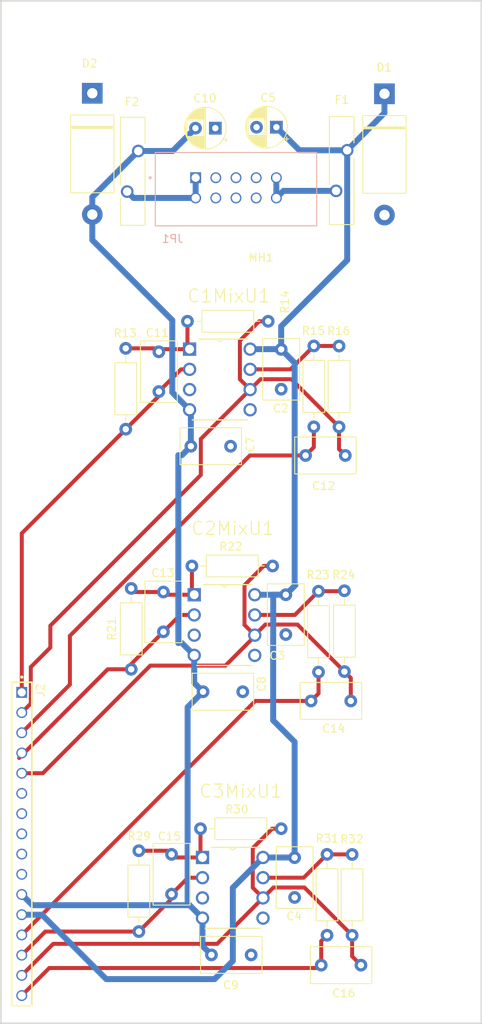
<source format=kicad_pcb>
(kicad_pcb (version 20240108) (generator "pcbnew") (generator_version "8.0")
  (layers (0 "F.Cu" signal) (1 "In1.Cu" signal) (2 "In2.Cu" signal) (31 "B.Cu" signal) (34 "B.Paste" user) (35 "F.Paste" user) (36 "B.SilkS" user "B.Silkscreen") (37 "F.SilkS" user "F.Silkscreen") (38 "B.Mask" user) (39 "F.Mask" user) (44 "Edge.Cuts" user))
  (net 0 "")
  (net 1 "+v")
  (net 2 "GND")
  (net 3 "Net-(C1MixU1-OUT_1)")
  (net 4 "C1MixLadderOut")
  (net 5 "-v")
  (net 6 "C1MixModeOut")
  (net 7 "Net-(C1MixU1-OUT_2)")
  (net 8 "Net-(C2MixU1-OUT_1)")
  (net 9 "C2MixLadderOut")
  (net 10 "C2MixModeOut")
  (net 11 "Net-(C2MixU1-OUT_2)")
  (net 12 "Net-(C3MixU1-OUT_1)")
  (net 13 "C3MixLadderOut")
  (net 14 "C3MixModeOut")
  (net 15 "Net-(C3MixU1-OUT_2)")
  (net 16 "C1MixOut")
  (net 17 "C2MixOut")
  (net 18 "C3MixOut")
  (net 19 "+12V")
  (net 20 "-12V")
  (footprint "TL072CN:DIP254P762X533-8" (layer "F.Cu") (at 134.51 147.75)
    (property "Reference" "C3MixU1" (at -2.784 -15.96 0) (layer "F.SilkS") (effects (font (size 1.640961 1.640961))))
    (property "Value" "TL072CN")
    (pad "1" thru_hole rect (at -7.62 -7.62) (size 1.6764 1.6764) (drill 1.1176) (layers "*.Cu" "*.Mask") (net 12 "Net-(C3MixU1-OUT_1)"))
    (pad "2" thru_hole circle (at -7.62 -5.08) (size 1.6764 1.6764) (drill 1.1176) (layers "*.Cu" "*.Mask") (net 13 "C3MixLadderOut"))
    (pad "3" thru_hole circle (at -7.62 -2.54) (size 1.6764 1.6764) (drill 1.1176) (layers "*.Cu" "*.Mask") (net 2 "GND"))
    (pad "4" thru_hole circle (at -7.62 0) (size 1.6764 1.6764) (drill 1.1176) (layers "*.Cu" "*.Mask") (net 5 "-v"))
    (pad "5" thru_hole circle (at 0 0) (size 1.6764 1.6764) (drill 1.1176) (layers "*.Cu" "*.Mask") (net 2 "GND"))
    (pad "6" thru_hole circle (at 0 -2.54) (size 1.6764 1.6764) (drill 1.1176) (layers "*.Cu" "*.Mask") (net 14 "C3MixModeOut"))
    (pad "7" thru_hole circle (at 0 -5.08) (size 1.6764 1.6764) (drill 1.1176) (layers "*.Cu" "*.Mask") (net 15 "Net-(C3MixU1-OUT_2)"))
    (pad "8" thru_hole circle (at 0 -7.62) (size 1.6764 1.6764) (drill 1.1176) (layers "*.Cu" "*.Mask") (net 1 "+v"))
  )
  (footprint "Resistor_THT:R_Axial_DIN0207_L6.3mm_D2.5mm_P10.16mm_Horizontal" (layer "F.Cu") (at 144.08 86.02 90)
    (property "Reference" "R16" (at 12.06 -0.04 0) (layer "F.SilkS"))
    (property "Value" "100K")
    (pad "1" thru_hole circle (at 0 0 90) (size 1.6 1.6) (drill 0.8) (layers "*.Cu" "*.Mask") (net 6 "C1MixModeOut"))
    (pad "2" thru_hole oval (at 10.16 0 90) (size 1.6 1.6) (drill 0.8) (layers "*.Cu" "*.Mask") (net 7 "Net-(C1MixU1-OUT_2)"))
  )
  (footprint "TL072CN:DIP254P762X533-8" (layer "F.Cu") (at 132.89 83.87)
    (property "Reference" "C1MixU1" (at -2.688 -14.31 0) (layer "F.SilkS") (effects (font (size 1.640961 1.640961))))
    (property "Value" "TL072CN")
    (pad "1" thru_hole rect (at -7.62 -7.62) (size 1.6764 1.6764) (drill 1.1176) (layers "*.Cu" "*.Mask") (net 3 "Net-(C1MixU1-OUT_1)"))
    (pad "2" thru_hole circle (at -7.62 -5.08) (size 1.6764 1.6764) (drill 1.1176) (layers "*.Cu" "*.Mask") (net 4 "C1MixLadderOut"))
    (pad "3" thru_hole circle (at -7.62 -2.54) (size 1.6764 1.6764) (drill 1.1176) (layers "*.Cu" "*.Mask") (net 2 "GND"))
    (pad "4" thru_hole circle (at -7.62 0) (size 1.6764 1.6764) (drill 1.1176) (layers "*.Cu" "*.Mask") (net 5 "-v"))
    (pad "5" thru_hole circle (at 0 0) (size 1.6764 1.6764) (drill 1.1176) (layers "*.Cu" "*.Mask") (net 2 "GND"))
    (pad "6" thru_hole circle (at 0 -2.54) (size 1.6764 1.6764) (drill 1.1176) (layers "*.Cu" "*.Mask") (net 6 "C1MixModeOut"))
    (pad "7" thru_hole circle (at 0 -5.08) (size 1.6764 1.6764) (drill 1.1176) (layers "*.Cu" "*.Mask") (net 7 "Net-(C1MixU1-OUT_2)"))
    (pad "8" thru_hole circle (at 0 -7.62) (size 1.6764 1.6764) (drill 1.1176) (layers "*.Cu" "*.Mask") (net 1 "+v"))
  )
  (footprint "Resistor_THT:R_Axial_DIN0207_L6.3mm_D2.5mm_P10.16mm_Horizontal" (layer "F.Cu") (at 117.92 116.48 90)
    (property "Reference" "R21" (at 5.06 -2.44 90) (layer "F.SilkS"))
    (property "Value" "100K")
    (pad "1" thru_hole circle (at 0 0 90) (size 1.6 1.6) (drill 0.8) (layers "*.Cu" "*.Mask") (net 9 "C2MixLadderOut"))
    (pad "2" thru_hole oval (at 10.16 0 90) (size 1.6 1.6) (drill 0.8) (layers "*.Cu" "*.Mask") (net 8 "Net-(C2MixU1-OUT_1)"))
  )
  (footprint "Resistor_THT:R_Axial_DIN0207_L6.3mm_D2.5mm_P10.16mm_Horizontal" (layer "F.Cu") (at 118.88 149.44 90)
    (property "Reference" "R29" (at 11.99 0.04 0) (layer "F.SilkS"))
    (property "Value" "100K")
    (pad "1" thru_hole circle (at 0 0 90) (size 1.6 1.6) (drill 0.8) (layers "*.Cu" "*.Mask") (net 13 "C3MixLadderOut"))
    (pad "2" thru_hole oval (at 10.16 0 90) (size 1.6 1.6) (drill 0.8) (layers "*.Cu" "*.Mask") (net 12 "Net-(C3MixU1-OUT_1)"))
  )
  (footprint "Capacitor_THT:C_Disc_D7.5mm_W4.4mm_P5.00mm" (layer "F.Cu") (at 141.84 153.66)
    (property "Reference" "C16" (at 2.84 3.53 180) (layer "F.SilkS"))
    (property "Value" "47pf")
    (pad "1" thru_hole circle (at 0 0) (size 1.6 1.6) (drill 0.8) (layers "*.Cu" "*.Mask") (net 18 "C3MixOut"))
    (pad "2" thru_hole circle (at 5 0) (size 1.6 1.6) (drill 0.8) (layers "*.Cu" "*.Mask") (net 14 "C3MixModeOut"))
  )
  (footprint "Resistor_THT:R_Axial_DIN0207_L6.3mm_D2.5mm_P10.16mm_Horizontal" (layer "F.Cu") (at 140.91 75.85 -90)
    (property "Reference" "R15" (at -1.91 0.05 0) (layer "F.SilkS"))
    (property "Value" "220")
    (pad "1" thru_hole circle (at 0 0 270) (size 1.6 1.6) (drill 0.8) (layers "*.Cu" "*.Mask") (net 7 "Net-(C1MixU1-OUT_2)"))
    (pad "2" thru_hole oval (at 10.16 0 270) (size 1.6 1.6) (drill 0.8) (layers "*.Cu" "*.Mask") (net 16 "C1MixOut"))
  )
  (footprint "Resistor_THT:R_Axial_DIN0207_L6.3mm_D2.5mm_P10.16mm_Horizontal" (layer "F.Cu") (at 136.8 136.51 180)
    (property "Reference" "R30" (at 5.582 2.434 180) (layer "F.SilkS"))
    (property "Value" "100k")
    (pad "1" thru_hole circle (at 0 0 180) (size 1.6 1.6) (drill 0.8) (layers "*.Cu" "*.Mask") (net 14 "C3MixModeOut"))
    (pad "2" thru_hole oval (at 10.16 0 180) (size 1.6 1.6) (drill 0.8) (layers "*.Cu" "*.Mask") (net 12 "Net-(C3MixU1-OUT_1)"))
  )
  (footprint "TSW-116-12-T-S:SAMTEC_TSW-116-12-T-S" (layer "F.Cu") (at 104.14 119.38 -90)
    (property "Reference" "J2" (at -0.25 -2.36 90) (layer "F.SilkS") (effects (font (thickness 0.153))))
    (property "Value" "TSW-116-12-T-S" (hide yes))
    (pad "01" thru_hole rect (at 0 0 270) (size 1.37 1.37) (drill 1.02) (layers "*.Cu" "*.Mask") (net 4 "C1MixLadderOut"))
    (pad "02" thru_hole circle (at 2.54 0 270) (size 1.37 1.37) (drill 1.02) (layers "*.Cu" "*.Mask") (net 6 "C1MixModeOut"))
    (pad "03" thru_hole circle (at 5.08 0 270) (size 1.37 1.37) (drill 1.02) (layers "*.Cu" "*.Mask") (net 16 "C1MixOut"))
    (pad "04" thru_hole circle (at 7.62 0 270) (size 1.37 1.37) (drill 1.02) (layers "*.Cu" "*.Mask") (net 9 "C2MixLadderOut"))
    (pad "05" thru_hole circle (at 10.16 0 270) (size 1.37 1.37) (drill 1.02) (layers "*.Cu" "*.Mask") (net 10 "C2MixModeOut"))
    (pad "06" thru_hole circle (at 12.7 0 270) (size 1.37 1.37) (drill 1.02) (layers "*.Cu" "*.Mask") (net 2 "GND"))
    (pad "07" thru_hole circle (at 15.24 0 270) (size 1.37 1.37) (drill 1.02) (layers "*.Cu" "*.Mask") (net 2 "GND"))
    (pad "08" thru_hole circle (at 17.78 0 270) (size 1.37 1.37) (drill 1.02) (layers "*.Cu" "*.Mask") (net 2 "GND"))
    (pad "09" thru_hole circle (at 20.32 0 270) (size 1.37 1.37) (drill 1.02) (layers "*.Cu" "*.Mask") (net 2 "GND"))
    (pad "10" thru_hole circle (at 22.86 0 270) (size 1.37 1.37) (drill 1.02) (layers "*.Cu" "*.Mask") (net 2 "GND"))
    (pad "11" thru_hole circle (at 25.4 0 270) (size 1.37 1.37) (drill 1.02) (layers "*.Cu" "*.Mask") (net 5 "-v"))
    (pad "12" thru_hole circle (at 27.94 0 270) (size 1.37 1.37) (drill 1.02) (layers "*.Cu" "*.Mask") (net 1 "+v"))
    (pad "13" thru_hole circle (at 30.48 0 270) (size 1.37 1.37) (drill 1.02) (layers "*.Cu" "*.Mask") (net 17 "C2MixOut"))
    (pad "14" thru_hole circle (at 33.02 0 270) (size 1.37 1.37) (drill 1.02) (layers "*.Cu" "*.Mask") (net 13 "C3MixLadderOut"))
    (pad "15" thru_hole circle (at 35.56 0 270) (size 1.37 1.37) (drill 1.02) (layers "*.Cu" "*.Mask") (net 14 "C3MixModeOut"))
    (pad "16" thru_hole circle (at 38.1 0 270) (size 1.37 1.37) (drill 1.02) (layers "*.Cu" "*.Mask") (net 18 "C3MixOut"))
  )
  (footprint "Capacitor_THT:CP_Radial_D5.0mm_P2.50mm" (layer "F.Cu") (at 136.195112 48.36 180)
    (property "Reference" "C5" (at 1.04 3.71 0) (layer "F.SilkS"))
    (property "Value" "10uf")
    (pad "1" thru_hole rect (at 0 0 180) (size 1.6 1.6) (drill 0.8) (layers "*.Cu" "*.Mask") (net 1 "+v"))
    (pad "2" thru_hole circle (at 2.5 0 180) (size 1.6 1.6) (drill 0.8) (layers "*.Cu" "*.Mask") (net 2 "GND"))
  )
  (footprint "MountingHole:MountingHole_2.7mm_M2.5" (layer "F.Cu") (at 129.54 64.77)
    (property "Reference" "MH1" (at 4.726 -0.036 0) (layer "F.SilkS"))
    (property "Value" "MountingHole_2.7mm_M2.5" (hide yes))
    (pad "" np_thru_hole circle (at 0 0) (size 2.7 2.7) (drill 2.7) (layers "*.Cu" "*.Mask"))
  )
  (footprint "Resistor_THT:R_Axial_DIN0207_L6.3mm_D2.5mm_P10.16mm_Horizontal" (layer "F.Cu") (at 144.76 116.77 90)
    (property "Reference" "R24" (at 12.158 -0.08 0) (layer "F.SilkS"))
    (property "Value" "100K")
    (pad "1" thru_hole circle (at 0 0 90) (size 1.6 1.6) (drill 0.8) (layers "*.Cu" "*.Mask") (net 10 "C2MixModeOut"))
    (pad "2" thru_hole oval (at 10.16 0 90) (size 1.6 1.6) (drill 0.8) (layers "*.Cu" "*.Mask") (net 11 "Net-(C2MixU1-OUT_2)"))
  )
  (footprint "1N5349B:P2_DO-201" (layer "F.Cu") (at 113.02 51.72 -90)
    (property "Reference" "D2" (at -11.37 0.344 0) (layer "F.SilkS"))
    (property "Value" "1N5349B")
    (pad "1" thru_hole rect (at -7.625 0 270) (size 2.6 2.6) (drill 1.3) (layers "*.Cu" "*.Mask") (net 2 "GND"))
    (pad "2" thru_hole oval (at 7.615 0 270) (size 2.6 2.6) (drill 1.3) (layers "*.Cu" "*.Mask") (net 5 "-v"))
  )
  (footprint "Capacitor_THT:C_Disc_D7.5mm_W4.4mm_P5.00mm" (layer "F.Cu") (at 123 139.74 -90)
    (property "Reference" "C15" (at -2.27 0.27 0) (layer "F.SilkS"))
    (property "Value" "47pf")
    (pad "1" thru_hole circle (at 0 0 270) (size 1.6 1.6) (drill 0.8) (layers "*.Cu" "*.Mask") (net 12 "Net-(C3MixU1-OUT_1)"))
    (pad "2" thru_hole circle (at 5 0 270) (size 1.6 1.6) (drill 0.8) (layers "*.Cu" "*.Mask") (net 13 "C3MixLadderOut"))
  )
  (footprint "Capacitor_THT:C_Disc_D7.5mm_W4.4mm_P5.00mm" (layer "F.Cu") (at 121.4 76.58 -90)
    (property "Reference" "C11" (at -2.38 0.2 0) (layer "F.SilkS"))
    (property "Value" "47pf")
    (pad "1" thru_hole circle (at 0 0 270) (size 1.6 1.6) (drill 0.8) (layers "*.Cu" "*.Mask") (net 3 "Net-(C1MixU1-OUT_1)"))
    (pad "2" thru_hole circle (at 5 0 270) (size 1.6 1.6) (drill 0.8) (layers "*.Cu" "*.Mask") (net 4 "C1MixLadderOut"))
  )
  (footprint "Resistor_THT:R_Axial_DIN0207_L6.3mm_D2.5mm_P10.16mm_Horizontal" (layer "F.Cu") (at 117.23 86.31 90)
    (property "Reference" "R13" (at 12.05 -0.07 0) (layer "F.SilkS"))
    (property "Value" "100K")
    (pad "1" thru_hole circle (at 0 0 90) (size 1.6 1.6) (drill 0.8) (layers "*.Cu" "*.Mask") (net 4 "C1MixLadderOut"))
    (pad "2" thru_hole oval (at 10.16 0 90) (size 1.6 1.6) (drill 0.8) (layers "*.Cu" "*.Mask") (net 3 "Net-(C1MixU1-OUT_1)"))
  )
  (footprint "Capacitor_THT:C_Disc_D7.5mm_W4.4mm_P5.00mm" (layer "F.Cu") (at 121.97 106.77 -90)
    (property "Reference" "C13" (at -2.39 0.06 0) (layer "F.SilkS"))
    (property "Value" "47pf")
    (pad "1" thru_hole circle (at 0 0 270) (size 1.6 1.6) (drill 0.8) (layers "*.Cu" "*.Mask") (net 8 "Net-(C2MixU1-OUT_1)"))
    (pad "2" thru_hole circle (at 5 0 270) (size 1.6 1.6) (drill 0.8) (layers "*.Cu" "*.Mask") (net 9 "C2MixLadderOut"))
  )
  (footprint "72R020XU:FUSRB510W81L1358T310H1980" (layer "F.Cu") (at 144.41 53.81 -90)
    (property "Reference" "F1" (at -8.888 -0.016 0) (layer "F.SilkS") (effects (font (size 1.000803 1.000803))))
    (property "Value" "type=\"R\" model=\"Polyfuse\" lib=\"\"" (hide yes))
    (pad "1" thru_hole circle (at -2.55 -0.7 270) (size 1.59 1.59) (drill 1.06) (layers "*.Cu" "*.Mask") (net 1 "+v"))
    (pad "2" thru_hole circle (at 2.55 0.7 270) (size 1.59 1.59) (drill 1.06) (layers "*.Cu" "*.Mask") (net 19 "+12V"))
  )
  (footprint "Capacitor_THT:C_Disc_D7.5mm_W4.4mm_P5.00mm" (layer "F.Cu") (at 126.96 119.3)
    (property "Reference" "C8" (at 7.37 -0.972 90) (layer "F.SilkS"))
    (property "Value" "0.1uf")
    (pad "1" thru_hole circle (at 0 0) (size 1.6 1.6) (drill 0.8) (layers "*.Cu" "*.Mask") (net 5 "-v"))
    (pad "2" thru_hole circle (at 5 0) (size 1.6 1.6) (drill 0.8) (layers "*.Cu" "*.Mask") (net 2 "GND"))
  )
  (footprint "Resistor_THT:R_Axial_DIN0207_L6.3mm_D2.5mm_P10.16mm_Horizontal" (layer "F.Cu") (at 142.57 139.74 -90)
    (property "Reference" "R31" (at -1.99 -0.02 0) (layer "F.SilkS"))
    (property "Value" "220")
    (pad "1" thru_hole circle (at 0 0 270) (size 1.6 1.6) (drill 0.8) (layers "*.Cu" "*.Mask") (net 15 "Net-(C3MixU1-OUT_2)"))
    (pad "2" thru_hole oval (at 10.16 0 270) (size 1.6 1.6) (drill 0.8) (layers "*.Cu" "*.Mask") (net 18 "C3MixOut"))
  )
  (footprint "Capacitor_THT:C_Disc_D7.5mm_W4.4mm_P5.00mm" (layer "F.Cu") (at 136.8 76.28 -90)
    (property "Reference" "C2" (at 7.42 0.06 0) (layer "F.SilkS"))
    (property "Value" "0.1uf")
    (pad "1" thru_hole circle (at 0 0 270) (size 1.6 1.6) (drill 0.8) (layers "*.Cu" "*.Mask") (net 1 "+v"))
    (pad "2" thru_hole circle (at 5 0 270) (size 1.6 1.6) (drill 0.8) (layers "*.Cu" "*.Mask") (net 2 "GND"))
  )
  (footprint "Resistor_THT:R_Axial_DIN0207_L6.3mm_D2.5mm_P10.16mm_Horizontal" (layer "F.Cu") (at 145.73 149.91 90)
    (property "Reference" "R32" (at 12.09 -0.04 0) (layer "F.SilkS"))
    (property "Value" "100K")
    (pad "1" thru_hole circle (at 0 0 90) (size 1.6 1.6) (drill 0.8) (layers "*.Cu" "*.Mask") (net 14 "C3MixModeOut"))
    (pad "2" thru_hole oval (at 10.16 0 90) (size 1.6 1.6) (drill 0.8) (layers "*.Cu" "*.Mask") (net 15 "Net-(C3MixU1-OUT_2)"))
  )
  (footprint "72R020XU:FUSRB510W81L1358T310H1980" (layer "F.Cu") (at 118.11 53.9 -90)
    (property "Reference" "F2" (at -8.724 0.1 0) (layer "F.SilkS") (effects (font (size 1.000803 1.000803))))
    (property "Value" "type=\"R\" model=\"Polyfuse\" lib=\"\"" (hide yes))
    (pad "1" thru_hole circle (at -2.55 -0.7 270) (size 1.59 1.59) (drill 1.06) (layers "*.Cu" "*.Mask") (net 5 "-v"))
    (pad "2" thru_hole circle (at 2.55 0.7 270) (size 1.59 1.59) (drill 1.06) (layers "*.Cu" "*.Mask") (net 20 "-12V"))
  )
  (footprint "Resistor_THT:R_Axial_DIN0207_L6.3mm_D2.5mm_P10.16mm_Horizontal" (layer "F.Cu") (at 141.5 106.67 -90)
    (property "Reference" "R23" (at -2.058 0.06 0) (layer "F.SilkS"))
    (property "Value" "220")
    (pad "1" thru_hole circle (at 0 0 270) (size 1.6 1.6) (drill 0.8) (layers "*.Cu" "*.Mask") (net 11 "Net-(C2MixU1-OUT_2)"))
    (pad "2" thru_hole oval (at 10.16 0 270) (size 1.6 1.6) (drill 0.8) (layers "*.Cu" "*.Mask") (net 17 "C2MixOut"))
  )
  (footprint "Capacitor_THT:C_Disc_D7.5mm_W4.4mm_P5.00mm" (layer "F.Cu") (at 125.43 88.45)
    (property "Reference" "C7" (at 7.5 -0.2 90) (layer "F.SilkS"))
    (property "Value" "0.1uf")
    (pad "1" thru_hole circle (at 0 0) (size 1.6 1.6) (drill 0.8) (layers "*.Cu" "*.Mask") (net 5 "-v"))
    (pad "2" thru_hole circle (at 5 0) (size 1.6 1.6) (drill 0.8) (layers "*.Cu" "*.Mask") (net 2 "GND"))
  )
  (footprint "Capacitor_THT:C_Disc_D7.5mm_W4.4mm_P5.00mm" (layer "F.Cu") (at 128.02 152.37)
    (property "Reference" "C9" (at 2.436 3.804 0) (layer "F.SilkS"))
    (property "Value" "0.1uf")
    (pad "1" thru_hole circle (at 0 0) (size 1.6 1.6) (drill 0.8) (layers "*.Cu" "*.Mask") (net 5 "-v"))
    (pad "2" thru_hole circle (at 5 0) (size 1.6 1.6) (drill 0.8) (layers "*.Cu" "*.Mask") (net 2 "GND"))
  )
  (footprint "Capacitor_THT:C_Disc_D7.5mm_W4.4mm_P5.00mm" (layer "F.Cu") (at 138.49 140.15 -90)
    (property "Reference" "C4" (at 7.36 0.06 0) (layer "F.SilkS"))
    (property "Value" "0.1uf")
    (pad "1" thru_hole circle (at 0 0 270) (size 1.6 1.6) (drill 0.8) (layers "*.Cu" "*.Mask") (net 1 "+v"))
    (pad "2" thru_hole circle (at 5 0 270) (size 1.6 1.6) (drill 0.8) (layers "*.Cu" "*.Mask") (net 2 "GND"))
  )
  (footprint "1N5349B:P2_DO-201" (layer "F.Cu") (at 149.8 51.785 -90)
    (property "Reference" "D1" (at -10.927 0.04 0) (layer "F.SilkS"))
    (property "Value" "1N5394B")
    (pad "1" thru_hole rect (at -7.625 0 270) (size 2.6 2.6) (drill 1.3) (layers "*.Cu" "*.Mask") (net 1 "+v"))
    (pad "2" thru_hole oval (at 7.615 0 270) (size 2.6 2.6) (drill 1.3) (layers "*.Cu" "*.Mask") (net 2 "GND"))
  )
  (footprint "Resistor_THT:R_Axial_DIN0207_L6.3mm_D2.5mm_P10.16mm_Horizontal" (layer "F.Cu") (at 135.16 72.75 180)
    (property "Reference" "R14" (at -2.1 2.428 -90) (layer "F.SilkS"))
    (property "Value" "100k")
    (pad "1" thru_hole circle (at 0 0 180) (size 1.6 1.6) (drill 0.8) (layers "*.Cu" "*.Mask") (net 6 "C1MixModeOut"))
    (pad "2" thru_hole oval (at 10.16 0 180) (size 1.6 1.6) (drill 0.8) (layers "*.Cu" "*.Mask") (net 3 "Net-(C1MixU1-OUT_1)"))
  )
  (footprint "Capacitor_THT:C_Disc_D7.5mm_W4.4mm_P5.00mm" (layer "F.Cu") (at 139.87 89.61)
    (property "Reference" "C12" (at 2.27 3.826 180) (layer "F.SilkS"))
    (property "Value" "47pf")
    (pad "1" thru_hole circle (at 0 0) (size 1.6 1.6) (drill 0.8) (layers "*.Cu" "*.Mask") (net 16 "C1MixOut"))
    (pad "2" thru_hole circle (at 5 0) (size 1.6 1.6) (drill 0.8) (layers "*.Cu" "*.Mask") (net 6 "C1MixModeOut"))
  )
  (footprint "Capacitor_THT:C_Disc_D7.5mm_W4.4mm_P5.00mm" (layer "F.Cu") (at 137.38 107.11 -90)
    (property "Reference" "C3" (at 7.662 1.082 0) (layer "F.SilkS"))
    (property "Value" "0.1uf")
    (pad "1" thru_hole circle (at 0 0 270) (size 1.6 1.6) (drill 0.8) (layers "*.Cu" "*.Mask") (net 1 "+v"))
    (pad "2" thru_hole circle (at 5 0 270) (size 1.6 1.6) (drill 0.8) (layers "*.Cu" "*.Mask") (net 2 "GND"))
  )
  (footprint "Capacitor_THT:C_Disc_D7.5mm_W4.4mm_P5.00mm" (layer "F.Cu") (at 140.56 120.46)
    (property "Reference" "C14" (at 2.85 3.456 180) (layer "F.SilkS"))
    (property "Value" "47pf")
    (pad "1" thru_hole circle (at 0 0) (size 1.6 1.6) (drill 0.8) (layers "*.Cu" "*.Mask") (net 17 "C2MixOut"))
    (pad "2" thru_hole circle (at 5 0) (size 1.6 1.6) (drill 0.8) (layers "*.Cu" "*.Mask") (net 10 "C2MixModeOut"))
  )
  (footprint "TL072CN:DIP254P762X533-8" (layer "F.Cu") (at 133.47 114.73)
    (property "Reference" "C2MixU1" (at -2.76 -15.96 0) (layer "F.SilkS") (effects (font (size 1.640961 1.640961))))
    (property "Value" "TL072CN")
    (pad "1" thru_hole rect (at -7.62 -7.62) (size 1.6764 1.6764) (drill 1.1176) (layers "*.Cu" "*.Mask") (net 8 "Net-(C2MixU1-OUT_1)"))
    (pad "2" thru_hole circle (at -7.62 -5.08) (size 1.6764 1.6764) (drill 1.1176) (layers "*.Cu" "*.Mask") (net 9 "C2MixLadderOut"))
    (pad "3" thru_hole circle (at -7.62 -2.54) (size 1.6764 1.6764) (drill 1.1176) (layers "*.Cu" "*.Mask") (net 2 "GND"))
    (pad "4" thru_hole circle (at -7.62 0) (size 1.6764 1.6764) (drill 1.1176) (layers "*.Cu" "*.Mask") (net 5 "-v"))
    (pad "5" thru_hole circle (at 0 0) (size 1.6764 1.6764) (drill 1.1176) (layers "*.Cu" "*.Mask") (net 2 "GND"))
    (pad "6" thru_hole circle (at 0 -2.54) (size 1.6764 1.6764) (drill 1.1176) (layers "*.Cu" "*.Mask") (net 10 "C2MixModeOut"))
    (pad "7" thru_hole circle (at 0 -5.08) (size 1.6764 1.6764) (drill 1.1176) (layers "*.Cu" "*.Mask") (net 11 "Net-(C2MixU1-OUT_2)"))
    (pad "8" thru_hole circle (at 0 -7.62) (size 1.6764 1.6764) (drill 1.1176) (layers "*.Cu" "*.Mask") (net 1 "+v"))
  )
  (footprint "Resistor_THT:R_Axial_DIN0207_L6.3mm_D2.5mm_P10.16mm_Horizontal" (layer "F.Cu") (at 135.72 103.5 180)
    (property "Reference" "R22" (at 5.264 2.444 0) (layer "F.SilkS"))
    (property "Value" "100k")
    (pad "1" thru_hole circle (at 0 0 180) (size 1.6 1.6) (drill 0.8) (layers "*.Cu" "*.Mask") (net 10 "C2MixModeOut"))
    (pad "2" thru_hole oval (at 10.16 0 180) (size 1.6 1.6) (drill 0.8) (layers "*.Cu" "*.Mask") (net 8 "Net-(C2MixU1-OUT_1)"))
  )
  (footprint "Capacitor_THT:CP_Radial_D5.0mm_P2.50mm" (layer "F.Cu") (at 128.51 48.48 180)
    (property "Reference" "C10" (at 1.31 3.76 0) (layer "F.SilkS"))
    (property "Value" "10uf")
    (pad "1" thru_hole rect (at 0 0 180) (size 1.6 1.6) (drill 0.8) (layers "*.Cu" "*.Mask") (net 2 "GND"))
    (pad "2" thru_hole circle (at 2.5 0 180) (size 1.6 1.6) (drill 0.8) (layers "*.Cu" "*.Mask") (net 5 "-v"))
  )
  (footprint "1761681-3:TE_1761681-3" (layer "B.Cu") (at 126.03 54.71)
    (property "Reference" "JP1" (at -2.905 7.68 0) (layer "B.SilkS") (effects (justify mirror)))
    (property "Value" "1761681-3" (hide yes))
    (pad "1" thru_hole rect (at 0 0) (size 1.37 1.37) (drill 1.02) (layers "*.Cu" "*.Mask") (net 20 "-12V"))
    (pad "2" thru_hole circle (at 0 2.54) (size 1.37 1.37) (drill 1.02) (layers "*.Cu" "*.Mask") (net 20 "-12V"))
    (pad "3" thru_hole circle (at 2.54 0) (size 1.37 1.37) (drill 1.02) (layers "*.Cu" "*.Mask") (net 2 "GND"))
    (pad "4" thru_hole circle (at 2.54 2.54) (size 1.37 1.37) (drill 1.02) (layers "*.Cu" "*.Mask") (net 2 "GND"))
    (pad "5" thru_hole circle (at 5.08 0) (size 1.37 1.37) (drill 1.02) (layers "*.Cu" "*.Mask") (net 2 "GND"))
    (pad "6" thru_hole circle (at 5.08 2.54) (size 1.37 1.37) (drill 1.02) (layers "*.Cu" "*.Mask") (net 2 "GND"))
    (pad "7" thru_hole circle (at 7.62 0) (size 1.37 1.37) (drill 1.02) (layers "*.Cu" "*.Mask") (net 2 "GND"))
    (pad "8" thru_hole circle (at 7.62 2.54) (size 1.37 1.37) (drill 1.02) (layers "*.Cu" "*.Mask") (net 2 "GND"))
    (pad "9" thru_hole circle (at 10.16 0) (size 1.37 1.37) (drill 1.02) (layers "*.Cu" "*.Mask") (net 19 "+12V"))
    (pad "10" thru_hole circle (at 10.16 2.54) (size 1.37 1.37) (drill 1.02) (layers "*.Cu" "*.Mask") (net 19 "+12V"))
  )
  (gr_rect (start 101.5 32.475) (end 162 160.975) (stroke (width 0.2)) (fill none) (layer "Edge.Cuts"))
  (segment (start 128.424 155.412) (end 114.772 155.412) (width 0.75) (layer "B.Cu") (net 1))
  (segment (start 134.51 140.13) (end 130.71 143.93) (width 0.75) (layer "B.Cu") (net 1))
  (segment (start 114.772 155.412) (end 106.68 147.32) (width 0.75) (layer "B.Cu") (net 1))
  (segment (start 149.8 46.57) (end 145.11 51.26) (width 0.75) (layer "B.Cu") (net 1))
  (segment (start 130.71 143.93) (end 130.71 153.126) (width 0.75) (layer "B.Cu") (net 1))
  (segment (start 138.47 140.13) (end 138.49 140.15) (width 0.75) (layer "B.Cu") (net 1))
  (segment (start 139.095112 51.26) (end 136.195112 48.36) (width 0.75) (layer "B.Cu") (net 1))
  (segment (start 138.584 78.064) (end 136.8 76.28) (width 0.75) (layer "B.Cu") (net 1))
  (segment (start 149.8 44.16) (end 149.8 46.57) (width 0.75) (layer "B.Cu") (net 1))
  (segment (start 138.49 140.15) (end 138.49 125.6) (width 0.75) (layer "B.Cu") (net 1))
  (segment (start 134.51 140.13) (end 138.47 140.13) (width 0.75) (layer "B.Cu") (net 1))
  (segment (start 137.38 107.11) (end 138.584 105.906) (width 0.75) (layer "B.Cu") (net 1))
  (segment (start 133.47 107.11) (end 137.38 107.11) (width 0.75) (layer "B.Cu") (net 1))
  (segment (start 132.89 76.25) (end 136.77 76.25) (width 0.75) (layer "B.Cu") (net 1))
  (segment (start 136.77 76.25) (end 136.8 76.28) (width 0.75) (layer "B.Cu") (net 1))
  (segment (start 138.495 78.153) (end 138.495 105.817) (width 0.75) (layer "B.Cu") (net 1))
  (segment (start 136.8 73.376) (end 136.8 76.28) (width 0.75) (layer "B.Cu") (net 1))
  (segment (start 135.798313 112.29608) (end 135.798313 107.11) (width 0.75) (layer "B.Cu") (net 1))
  (segment (start 130.71 153.126) (end 128.424 155.412) (width 0.75) (layer "B.Cu") (net 1))
  (segment (start 135.79 122.9) (end 135.79 112.304393) (width 0.75) (layer "B.Cu") (net 1))
  (segment (start 106.68 147.32) (end 104.14 147.32) (width 0.75) (layer "B.Cu") (net 1))
  (segment (start 135.79 112.304393) (end 135.798313 112.29608) (width 0.75) (layer "B.Cu") (net 1))
  (segment (start 145.11 51.26) (end 139.095112 51.26) (width 0.75) (layer "B.Cu") (net 1))
  (segment (start 135.798313 107.11) (end 137.38 107.11) (width 0.75) (layer "B.Cu") (net 1))
  (segment (start 145.11 51.26) (end 145.11 65.066) (width 0.75) (layer "B.Cu") (net 1))
  (segment (start 138.49 125.6) (end 135.79 122.9) (width 0.75) (layer "B.Cu") (net 1))
  (segment (start 138.584 78.064) (end 138.495 78.153) (width 0.75) (layer "B.Cu") (net 1))
  (segment (start 145.11 65.066) (end 136.8 73.376) (width 0.75) (layer "B.Cu") (net 1))
  (segment (start 138.495 105.817) (end 138.584 105.906) (width 0.75) (layer "B.Cu") (net 1))
  (segment (start 125 72.75) (end 125 75.98) (width 0.5) (layer "F.Cu") (net 3))
  (segment (start 121.73 76.25) (end 121.4 76.58) (width 0.5) (layer "F.Cu") (net 3))
  (segment (start 117.23 76.15) (end 120.97 76.15) (width 0.5) (layer "F.Cu") (net 3))
  (segment (start 125 75.98) (end 125.27 76.25) (width 0.5) (layer "F.Cu") (net 3))
  (segment (start 125.27 76.25) (end 121.73 76.25) (width 0.5) (layer "F.Cu") (net 3))
  (segment (start 120.97 76.15) (end 121.4 76.58) (width 0.5) (layer "F.Cu") (net 3))
  (segment (start 117.23 86.31) (end 104.14 99.4) (width 0.5) (layer "F.Cu") (net 4))
  (segment (start 121.4 82.14) (end 121.4 81.58) (width 0.5) (layer "F.Cu") (net 4))
  (segment (start 124.19 78.79) (end 125.27 78.79) (width 0.5) (layer "F.Cu") (net 4))
  (segment (start 104.14 99.4) (end 104.14 119.38) (width 0.5) (layer "F.Cu") (net 4))
  (segment (start 121.4 81.58) (end 124.19 78.79) (width 0.5) (layer "F.Cu") (net 4))
  (segment (start 117.23 86.31) (end 121.4 82.14) (width 0.5) (layer "F.Cu") (net 4))
  (segment (start 123.852 113.19) (end 123.852 89.57) (width 0.75) (layer "B.Cu") (net 5))
  (segment (start 123.09 72.607767) (end 123.09 81.69) (width 0.75) (layer "B.Cu") (net 5))
  (segment (start 126.89 151.24) (end 128.02 152.37) (width 0.75) (layer "B.Cu") (net 5))
  (segment (start 126.96 119.3) (end 125.02 121.24) (width 0.75) (layer "B.Cu") (net 5))
  (segment (start 125.265 146.125) (end 105.485 146.125) (width 0.75) (layer "B.Cu") (net 5))
  (segment (start 125.43 84.03) (end 125.27 83.87) (width 0.75) (layer "B.Cu") (net 5))
  (segment (start 118.81 51.35) (end 113.02 57.14) (width 0.75) (layer "B.Cu") (net 5))
  (segment (start 125.85 114.73) (end 124.31 113.19) (width 0.75) (layer "B.Cu") (net 5))
  (segment (start 123.14 51.35) (end 126.01 48.48) (width 0.75) (layer "B.Cu") (net 5))
  (segment (start 125.85 114.73) (end 125.85 118.19) (width 0.75) (layer "B.Cu") (net 5))
  (segment (start 125.02 121.24) (end 125.02 145.88) (width 0.75) (layer "B.Cu") (net 5))
  (segment (start 113.02 57.14) (end 113.02 59.335) (width 0.75) (layer "B.Cu") (net 5))
  (segment (start 124.31 89.57) (end 125.43 88.45) (width 0.75) (layer "B.Cu") (net 5))
  (segment (start 126.89 147.75) (end 126.89 151.24) (width 0.75) (layer "B.Cu") (net 5))
  (segment (start 123.09 81.69) (end 125.27 83.87) (width 0.75) (layer "B.Cu") (net 5))
  (segment (start 113.02 62.537767) (end 123.09 72.607767) (width 0.75) (layer "B.Cu") (net 5))
  (segment (start 125.43 88.45) (end 125.43 84.03) (width 0.75) (layer "B.Cu") (net 5))
  (segment (start 113.02 59.335) (end 113.02 62.537767) (width 0.75) (layer "B.Cu") (net 5))
  (segment (start 125.85 118.19) (end 126.96 119.3) (width 0.75) (layer "B.Cu") (net 5))
  (segment (start 105.485 146.125) (end 104.14 144.78) (width 0.75) (layer "B.Cu") (net 5))
  (segment (start 125.02 145.88) (end 126.89 147.75) (width 0.75) (layer "B.Cu") (net 5))
  (segment (start 118.81 51.35) (end 123.14 51.35) (width 0.75) (layer "B.Cu") (net 5))
  (segment (start 134.19 80.03) (end 138.09 80.03) (width 0.5) (layer "F.Cu") (net 6))
  (segment (start 105.275 120.785) (end 104.14 121.92) (width 0.5) (layer "F.Cu") (net 6))
  (segment (start 144.08 86.02) (end 144.08 88.82) (width 0.5) (layer "F.Cu") (net 6))
  (segment (start 132.89 81.33) (end 134.19 80.03) (width 0.5) (layer "F.Cu") (net 6))
  (segment (start 107.74 113.742283) (end 105.275 116.207283) (width 0.5) (layer "F.Cu") (net 6))
  (segment (start 138.09 80.03) (end 144.08 86.02) (width 0.5) (layer "F.Cu") (net 6))
  (segment (start 131.6018 75.17683) (end 131.6018 80.0418) (width 0.5) (layer "F.Cu") (net 6))
  (segment (start 135.16 72.75) (end 134.02863 72.75) (width 0.5) (layer "F.Cu") (net 6))
  (segment (start 132.89 81.33) (end 126.68 87.54) (width 0.5) (layer "F.Cu") (net 6))
  (segment (start 107.74 111) (end 107.74 113.742283) (width 0.5) (layer "F.Cu") (net 6))
  (segment (start 134.02863 72.75) (end 131.6018 75.17683) (width 0.5) (layer "F.Cu") (net 6))
  (segment (start 126.68 92.06) (end 107.74 111) (width 0.5) (layer "F.Cu") (net 6))
  (segment (start 126.68 87.54) (end 126.68 92.06) (width 0.5) (layer "F.Cu") (net 6))
  (segment (start 131.6018 80.0418) (end 132.89 81.33) (width 0.5) (layer "F.Cu") (net 6))
  (segment (start 105.275 116.207283) (end 105.275 120.785) (width 0.5) (layer "F.Cu") (net 6))
  (segment (start 144.08 88.82) (end 144.87 89.61) (width 0.5) (layer "F.Cu") (net 6))
  (segment (start 144.07 75.85) (end 144.08 75.86) (width 0.5) (layer "F.Cu") (net 7))
  (segment (start 140.91 75.85) (end 137.97 78.79) (width 0.5) (layer "F.Cu") (net 7))
  (segment (start 137.97 78.79) (end 132.89 78.79) (width 0.5) (layer "F.Cu") (net 7))
  (segment (start 140.91 75.85) (end 144.07 75.85) (width 0.5) (layer "F.Cu") (net 7))
  (segment (start 125.56 106.82) (end 125.85 107.11) (width 0.5) (layer "F.Cu") (net 8))
  (segment (start 122.31 107.11) (end 121.97 106.77) (width 0.5) (layer "F.Cu") (net 8))
  (segment (start 121.97 106.77) (end 118.37 106.77) (width 0.5) (layer "F.Cu") (net 8))
  (segment (start 125.85 107.11) (end 122.31 107.11) (width 0.5) (layer "F.Cu") (net 8))
  (segment (start 118.37 106.77) (end 117.92 106.32) (width 0.5) (layer "F.Cu") (net 8))
  (segment (start 125.56 103.5) (end 125.56 106.82) (width 0.5) (layer "F.Cu") (net 8))
  (segment (start 121.97 111.77) (end 117.92 115.82) (width 0.5) (layer "F.Cu") (net 9))
  (segment (start 114.96 116.48) (end 103.81 127.63) (width 0.5) (layer "F.Cu") (net 9))
  (segment (start 125.85 109.65) (end 124.09 109.65) (width 0.5) (layer "F.Cu") (net 9))
  (segment (start 124.09 109.65) (end 121.97 111.77) (width 0.5) (layer "F.Cu") (net 9))
  (segment (start 117.92 116.48) (end 114.96 116.48) (width 0.5) (layer "F.Cu") (net 9))
  (segment (start 117.92 115.82) (end 117.92 116.48) (width 0.5) (layer "F.Cu") (net 9))
  (segment (start 134.58863 103.5) (end 132.1818 105.90683) (width 0.5) (layer "F.Cu") (net 10))
  (segment (start 106.798 129.54) (end 104.14 129.54) (width 0.5) (layer "F.Cu") (net 10))
  (segment (start 132.1818 105.90683) (end 132.1818 110.9018) (width 0.5) (layer "F.Cu") (net 10))
  (segment (start 132.1818 110.9018) (end 133.47 112.19) (width 0.5) (layer "F.Cu") (net 10))
  (segment (start 133.47 112.19) (end 134.8 110.86) (width 0.5) (layer "F.Cu") (net 10))
  (segment (start 133.47 112.33) (end 129.7818 116.0182) (width 0.5) (layer "F.Cu") (net 10))
  (segment (start 135.72 103.5) (end 134.58863 103.5) (width 0.5) (layer "F.Cu") (net 10))
  (segment (start 145.56 120.46) (end 145.56 117.57) (width 0.5) (layer "F.Cu") (net 10))
  (segment (start 145.56 117.57) (end 144.76 116.77) (width 0.5) (layer "F.Cu") (net 10))
  (segment (start 138.85 110.86) (end 144.76 116.77) (width 0.5) (layer "F.Cu") (net 10))
  (segment (start 129.7818 116.0182) (end 120.3198 116.0182) (width 0.5) (layer "F.Cu") (net 10))
  (segment (start 134.8 110.86) (end 138.85 110.86) (width 0.5) (layer "F.Cu") (net 10))
  (segment (start 133.47 112.19) (end 133.47 112.33) (width 0.5) (layer "F.Cu") (net 10))
  (segment (start 120.3198 116.0182) (end 106.798 129.54) (width 0.5) (layer "F.Cu") (net 10))
  (segment (start 144.7 106.67) (end 144.76 106.61) (width 0.5) (layer "F.Cu") (net 11))
  (segment (start 141.5 106.67) (end 144.7 106.67) (width 0.5) (layer "F.Cu") (net 11))
  (segment (start 141.5 106.67) (end 138.52 109.65) (width 0.5) (layer "F.Cu") (net 11))
  (segment (start 138.52 109.65) (end 133.47 109.65) (width 0.5) (layer "F.Cu") (net 11))
  (segment (start 122.54 139.28) (end 123 139.74) (width 0.5) (layer "F.Cu") (net 12))
  (segment (start 126.64 139.88) (end 126.89 140.13) (width 0.5) (layer "F.Cu") (net 12))
  (segment (start 126.64 136.51) (end 126.64 139.88) (width 0.5) (layer "F.Cu") (net 12))
  (segment (start 126.89 140.13) (end 123.39 140.13) (width 0.5) (layer "F.Cu") (net 12))
  (segment (start 123.39 140.13) (end 123 139.74) (width 0.5) (layer "F.Cu") (net 12))
  (segment (start 118.88 139.28) (end 122.54 139.28) (width 0.5) (layer "F.Cu") (net 12))
  (segment (start 118.88 149.44) (end 123 145.32) (width 0.5) (layer "F.Cu") (net 13))
  (segment (start 107.1 149.44) (end 104.14 152.4) (width 0.5) (layer "F.Cu") (net 13))
  (segment (start 126.89 142.67) (end 125.07 142.67) (width 0.5) (layer "F.Cu") (net 13))
  (segment (start 118.88 149.44) (end 107.1 149.44) (width 0.5) (layer "F.Cu") (net 13))
  (segment (start 123 145.32) (end 123 144.74) (width 0.5) (layer "F.Cu") (net 13))
  (segment (start 125.07 142.67) (end 123 144.74) (width 0.5) (layer "F.Cu") (net 13))
  (segment (start 133.2218 143.9218) (end 134.51 145.21) (width 0.5) (layer "F.Cu") (net 14))
  (segment (start 135.82 143.9) (end 139.72 143.9) (width 0.5) (layer "F.Cu") (net 14))
  (segment (start 136.8 136.51) (end 135.66863 136.51) (width 0.5) (layer "F.Cu") (net 14))
  (segment (start 108.1 150.98) (end 104.14 154.94) (width 0.5) (layer "F.Cu") (net 14))
  (segment (start 134.51 145.21) (end 128.74 150.98) (width 0.5) (layer "F.Cu") (net 14))
  (segment (start 135.66863 136.51) (end 133.2218 138.95683) (width 0.5) (layer "F.Cu") (net 14))
  (segment (start 139.72 143.9) (end 145.73 149.91) (width 0.5) (layer "F.Cu") (net 14))
  (segment (start 128.74 150.98) (end 108.1 150.98) (width 0.5) (layer "F.Cu") (net 14))
  (segment (start 134.51 145.21) (end 135.82 143.9) (width 0.5) (layer "F.Cu") (net 14))
  (segment (start 145.73 152.55) (end 146.84 153.66) (width 0.5) (layer "F.Cu") (net 14))
  (segment (start 145.73 149.91) (end 145.73 152.55) (width 0.5) (layer "F.Cu") (net 14))
  (segment (start 133.2218 138.95683) (end 133.2218 143.9218) (width 0.5) (layer "F.Cu") (net 14))
  (segment (start 142.57 139.74) (end 145.72 139.74) (width 0.5) (layer "F.Cu") (net 15))
  (segment (start 139.64 142.67) (end 134.51 142.67) (width 0.5) (layer "F.Cu") (net 15))
  (segment (start 142.57 139.74) (end 139.64 142.67) (width 0.5) (layer "F.Cu") (net 15))
  (segment (start 145.72 139.74) (end 145.73 139.75) (width 0.5) (layer "F.Cu") (net 15))
  (segment (start 132.862233 89.61) (end 110.2 112.272233) (width 0.5) (layer "F.Cu") (net 16))
  (segment (start 139.87 89.61) (end 132.862233 89.61) (width 0.5) (layer "F.Cu") (net 16))
  (segment (start 140.91 88.57) (end 139.87 89.61) (width 0.5) (layer "F.Cu") (net 16))
  (segment (start 110.2 118.4) (end 104.14 124.46) (width 0.5) (layer "F.Cu") (net 16))
  (segment (start 140.91 86.01) (end 140.91 88.57) (width 0.5) (layer "F.Cu") (net 16))
  (segment (start 110.2 112.272233) (end 110.2 118.4) (width 0.5) (layer "F.Cu") (net 16))
  (segment (start 140.56 120.46) (end 133.54 120.46) (width 0.5) (layer "F.Cu") (net 17))
  (segment (start 133.54 120.46) (end 104.14 149.86) (width 0.5) (layer "F.Cu") (net 17))
  (segment (start 141.5 119.52) (end 140.56 120.46) (width 0.5) (layer "F.Cu") (net 17))
  (segment (start 141.5 116.83) (end 141.5 119.52) (width 0.5) (layer "F.Cu") (net 17))
  (segment (start 141.84 153.66) (end 141.84 150.63) (width 0.5) (layer "F.Cu") (net 18))
  (segment (start 107.6 154.02) (end 104.14 157.48) (width 0.5) (layer "F.Cu") (net 18))
  (segment (start 141.48 154.02) (end 107.6 154.02) (width 0.5) (layer "F.Cu") (net 18))
  (segment (start 141.84 150.63) (end 142.57 149.9) (width 0.5) (layer "F.Cu") (net 18))
  (segment (start 141.84 153.66) (end 141.48 154.02) (width 0.5) (layer "F.Cu") (net 18))
  (segment (start 143.71 56.36) (end 137.08 56.36) (width 0.75) (layer "B.Cu") (net 19))
  (segment (start 136.19 54.71) (end 136.19 57.25) (width 0.75) (layer "B.Cu") (net 19))
  (segment (start 137.08 56.36) (end 136.19 57.25) (width 0.75) (layer "B.Cu") (net 19))
  (segment (start 118.21 57.25) (end 117.41 56.45) (width 0.75) (layer "B.Cu") (net 20))
  (segment (start 126.03 54.71) (end 126.03 57.25) (width 0.75) (layer "B.Cu") (net 20))
  (segment (start 126.03 57.25) (end 118.21 57.25) (width 0.75) (layer "B.Cu") (net 20))
)
</source>
